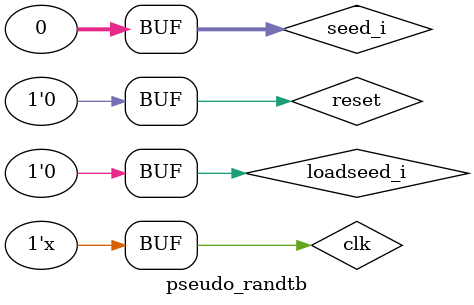
<source format=v>
`timescale 1ns / 1ps


module pseudo_randtb;

	// Inputs
	reg clk;
	reg reset;
	reg loadseed_i;
	reg [31:0] seed_i;

	// Outputs
	wire [31:0] number_o;

	// Instantiate the Unit Under Test (UUT)
	rand uut (
		.clk(clk), 
		.reset(reset), 
		.loadseed_i(loadseed_i), 
		.seed_i(seed_i), 
		.number_o(number_o)
	);

	initial begin
		// Initialize Inputs
		clk = 0;
		reset = 1;
		loadseed_i = 0;
		seed_i = 0;

		// Wait 100 ns for global reset to finish
		#100;
		reset = 0;
        
		// Add stimulus here

	end
	
	always #5 clk <= ~clk;
      
endmodule


</source>
